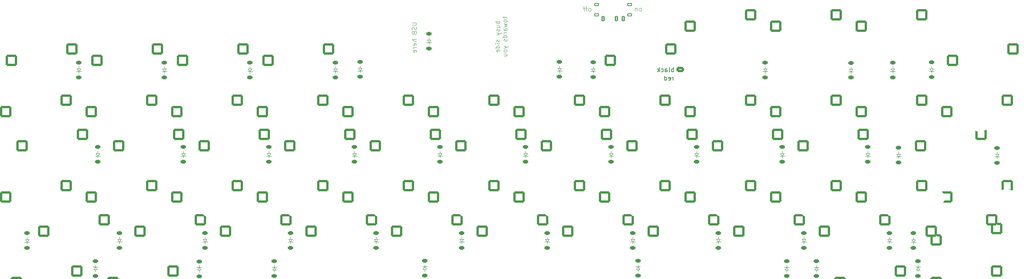
<source format=gbo>
G04 #@! TF.GenerationSoftware,KiCad,Pcbnew,7.0.11-7.0.11~ubuntu22.04.1*
G04 #@! TF.CreationDate,2024-06-29T22:10:39+02:00*
G04 #@! TF.ProjectId,vorona-pcb,766f726f-6e61-42d7-9063-622e6b696361,rev?*
G04 #@! TF.SameCoordinates,Original*
G04 #@! TF.FileFunction,Legend,Bot*
G04 #@! TF.FilePolarity,Positive*
%FSLAX46Y46*%
G04 Gerber Fmt 4.6, Leading zero omitted, Abs format (unit mm)*
G04 Created by KiCad (PCBNEW 7.0.11-7.0.11~ubuntu22.04.1) date 2024-06-29 22:10:39*
%MOMM*%
%LPD*%
G01*
G04 APERTURE LIST*
G04 Aperture macros list*
%AMRoundRect*
0 Rectangle with rounded corners*
0 $1 Rounding radius*
0 $2 $3 $4 $5 $6 $7 $8 $9 X,Y pos of 4 corners*
0 Add a 4 corners polygon primitive as box body*
4,1,4,$2,$3,$4,$5,$6,$7,$8,$9,$2,$3,0*
0 Add four circle primitives for the rounded corners*
1,1,$1+$1,$2,$3*
1,1,$1+$1,$4,$5*
1,1,$1+$1,$6,$7*
1,1,$1+$1,$8,$9*
0 Add four rect primitives between the rounded corners*
20,1,$1+$1,$2,$3,$4,$5,0*
20,1,$1+$1,$4,$5,$6,$7,0*
20,1,$1+$1,$6,$7,$8,$9,0*
20,1,$1+$1,$8,$9,$2,$3,0*%
G04 Aperture macros list end*
%ADD10C,0.100000*%
%ADD11C,0.150000*%
%ADD12C,1.750000*%
%ADD13C,3.987800*%
%ADD14C,3.300000*%
%ADD15RoundRect,0.250000X1.025000X1.000000X-1.025000X1.000000X-1.025000X-1.000000X1.025000X-1.000000X0*%
%ADD16R,1.800000X1.800000*%
%ADD17C,1.800000*%
%ADD18RoundRect,0.250000X-1.025000X-1.000000X1.025000X-1.000000X1.025000X1.000000X-1.025000X1.000000X0*%
%ADD19C,2.000000*%
%ADD20RoundRect,0.500000X-0.500000X-0.500000X0.500000X-0.500000X0.500000X0.500000X-0.500000X0.500000X0*%
%ADD21RoundRect,0.500000X0.500000X0.500000X-0.500000X0.500000X-0.500000X-0.500000X0.500000X-0.500000X0*%
%ADD22C,0.850000*%
%ADD23RoundRect,0.090000X-0.210000X-0.535000X0.210000X-0.535000X0.210000X0.535000X-0.210000X0.535000X0*%
%ADD24RoundRect,0.105000X-0.445000X0.245000X-0.445000X-0.245000X0.445000X-0.245000X0.445000X0.245000X0*%
%ADD25RoundRect,0.225000X-0.375000X0.225000X-0.375000X-0.225000X0.375000X-0.225000X0.375000X0.225000X0*%
%ADD26RoundRect,0.225000X0.375000X-0.225000X0.375000X0.225000X-0.375000X0.225000X-0.375000X-0.225000X0*%
%ADD27C,3.048000*%
%ADD28C,4.000000*%
%ADD29O,1.750000X1.200000*%
%ADD30RoundRect,0.250000X-0.625000X0.350000X-0.625000X-0.350000X0.625000X-0.350000X0.625000X0.350000X0*%
G04 APERTURE END LIST*
D10*
X137102419Y-30902857D02*
X136102419Y-30902857D01*
X136483371Y-30902857D02*
X136435752Y-30998095D01*
X136435752Y-30998095D02*
X136435752Y-31188571D01*
X136435752Y-31188571D02*
X136483371Y-31283809D01*
X136483371Y-31283809D02*
X136530990Y-31331428D01*
X136530990Y-31331428D02*
X136626228Y-31379047D01*
X136626228Y-31379047D02*
X136911942Y-31379047D01*
X136911942Y-31379047D02*
X137007180Y-31331428D01*
X137007180Y-31331428D02*
X137054800Y-31283809D01*
X137054800Y-31283809D02*
X137102419Y-31188571D01*
X137102419Y-31188571D02*
X137102419Y-30998095D01*
X137102419Y-30998095D02*
X137054800Y-30902857D01*
X136435752Y-32236190D02*
X137102419Y-32236190D01*
X136435752Y-31807619D02*
X136959561Y-31807619D01*
X136959561Y-31807619D02*
X137054800Y-31855238D01*
X137054800Y-31855238D02*
X137102419Y-31950476D01*
X137102419Y-31950476D02*
X137102419Y-32093333D01*
X137102419Y-32093333D02*
X137054800Y-32188571D01*
X137054800Y-32188571D02*
X137007180Y-32236190D01*
X137054800Y-32664762D02*
X137102419Y-32760000D01*
X137102419Y-32760000D02*
X137102419Y-32950476D01*
X137102419Y-32950476D02*
X137054800Y-33045714D01*
X137054800Y-33045714D02*
X136959561Y-33093333D01*
X136959561Y-33093333D02*
X136911942Y-33093333D01*
X136911942Y-33093333D02*
X136816704Y-33045714D01*
X136816704Y-33045714D02*
X136769085Y-32950476D01*
X136769085Y-32950476D02*
X136769085Y-32807619D01*
X136769085Y-32807619D02*
X136721466Y-32712381D01*
X136721466Y-32712381D02*
X136626228Y-32664762D01*
X136626228Y-32664762D02*
X136578609Y-32664762D01*
X136578609Y-32664762D02*
X136483371Y-32712381D01*
X136483371Y-32712381D02*
X136435752Y-32807619D01*
X136435752Y-32807619D02*
X136435752Y-32950476D01*
X136435752Y-32950476D02*
X136483371Y-33045714D01*
X136435752Y-33426667D02*
X137102419Y-33664762D01*
X136435752Y-33902857D02*
X137102419Y-33664762D01*
X137102419Y-33664762D02*
X137340514Y-33569524D01*
X137340514Y-33569524D02*
X137388133Y-33521905D01*
X137388133Y-33521905D02*
X137435752Y-33426667D01*
X137054800Y-34998096D02*
X137102419Y-35093334D01*
X137102419Y-35093334D02*
X137102419Y-35283810D01*
X137102419Y-35283810D02*
X137054800Y-35379048D01*
X137054800Y-35379048D02*
X136959561Y-35426667D01*
X136959561Y-35426667D02*
X136911942Y-35426667D01*
X136911942Y-35426667D02*
X136816704Y-35379048D01*
X136816704Y-35379048D02*
X136769085Y-35283810D01*
X136769085Y-35283810D02*
X136769085Y-35140953D01*
X136769085Y-35140953D02*
X136721466Y-35045715D01*
X136721466Y-35045715D02*
X136626228Y-34998096D01*
X136626228Y-34998096D02*
X136578609Y-34998096D01*
X136578609Y-34998096D02*
X136483371Y-35045715D01*
X136483371Y-35045715D02*
X136435752Y-35140953D01*
X136435752Y-35140953D02*
X136435752Y-35283810D01*
X136435752Y-35283810D02*
X136483371Y-35379048D01*
X137102419Y-35855239D02*
X136435752Y-35855239D01*
X136102419Y-35855239D02*
X136150038Y-35807620D01*
X136150038Y-35807620D02*
X136197657Y-35855239D01*
X136197657Y-35855239D02*
X136150038Y-35902858D01*
X136150038Y-35902858D02*
X136102419Y-35855239D01*
X136102419Y-35855239D02*
X136197657Y-35855239D01*
X137102419Y-36760000D02*
X136102419Y-36760000D01*
X137054800Y-36760000D02*
X137102419Y-36664762D01*
X137102419Y-36664762D02*
X137102419Y-36474286D01*
X137102419Y-36474286D02*
X137054800Y-36379048D01*
X137054800Y-36379048D02*
X137007180Y-36331429D01*
X137007180Y-36331429D02*
X136911942Y-36283810D01*
X136911942Y-36283810D02*
X136626228Y-36283810D01*
X136626228Y-36283810D02*
X136530990Y-36331429D01*
X136530990Y-36331429D02*
X136483371Y-36379048D01*
X136483371Y-36379048D02*
X136435752Y-36474286D01*
X136435752Y-36474286D02*
X136435752Y-36664762D01*
X136435752Y-36664762D02*
X136483371Y-36760000D01*
X137054800Y-37617143D02*
X137102419Y-37521905D01*
X137102419Y-37521905D02*
X137102419Y-37331429D01*
X137102419Y-37331429D02*
X137054800Y-37236191D01*
X137054800Y-37236191D02*
X136959561Y-37188572D01*
X136959561Y-37188572D02*
X136578609Y-37188572D01*
X136578609Y-37188572D02*
X136483371Y-37236191D01*
X136483371Y-37236191D02*
X136435752Y-37331429D01*
X136435752Y-37331429D02*
X136435752Y-37521905D01*
X136435752Y-37521905D02*
X136483371Y-37617143D01*
X136483371Y-37617143D02*
X136578609Y-37664762D01*
X136578609Y-37664762D02*
X136673847Y-37664762D01*
X136673847Y-37664762D02*
X136769085Y-37188572D01*
X138045752Y-29807618D02*
X138045752Y-30188570D01*
X137712419Y-29950475D02*
X138569561Y-29950475D01*
X138569561Y-29950475D02*
X138664800Y-29998094D01*
X138664800Y-29998094D02*
X138712419Y-30093332D01*
X138712419Y-30093332D02*
X138712419Y-30188570D01*
X138712419Y-30664761D02*
X138664800Y-30569523D01*
X138664800Y-30569523D02*
X138617180Y-30521904D01*
X138617180Y-30521904D02*
X138521942Y-30474285D01*
X138521942Y-30474285D02*
X138236228Y-30474285D01*
X138236228Y-30474285D02*
X138140990Y-30521904D01*
X138140990Y-30521904D02*
X138093371Y-30569523D01*
X138093371Y-30569523D02*
X138045752Y-30664761D01*
X138045752Y-30664761D02*
X138045752Y-30807618D01*
X138045752Y-30807618D02*
X138093371Y-30902856D01*
X138093371Y-30902856D02*
X138140990Y-30950475D01*
X138140990Y-30950475D02*
X138236228Y-30998094D01*
X138236228Y-30998094D02*
X138521942Y-30998094D01*
X138521942Y-30998094D02*
X138617180Y-30950475D01*
X138617180Y-30950475D02*
X138664800Y-30902856D01*
X138664800Y-30902856D02*
X138712419Y-30807618D01*
X138712419Y-30807618D02*
X138712419Y-30664761D01*
X138045752Y-31331428D02*
X138712419Y-31521904D01*
X138712419Y-31521904D02*
X138236228Y-31712380D01*
X138236228Y-31712380D02*
X138712419Y-31902856D01*
X138712419Y-31902856D02*
X138045752Y-32093332D01*
X138712419Y-32902856D02*
X138188609Y-32902856D01*
X138188609Y-32902856D02*
X138093371Y-32855237D01*
X138093371Y-32855237D02*
X138045752Y-32759999D01*
X138045752Y-32759999D02*
X138045752Y-32569523D01*
X138045752Y-32569523D02*
X138093371Y-32474285D01*
X138664800Y-32902856D02*
X138712419Y-32807618D01*
X138712419Y-32807618D02*
X138712419Y-32569523D01*
X138712419Y-32569523D02*
X138664800Y-32474285D01*
X138664800Y-32474285D02*
X138569561Y-32426666D01*
X138569561Y-32426666D02*
X138474323Y-32426666D01*
X138474323Y-32426666D02*
X138379085Y-32474285D01*
X138379085Y-32474285D02*
X138331466Y-32569523D01*
X138331466Y-32569523D02*
X138331466Y-32807618D01*
X138331466Y-32807618D02*
X138283847Y-32902856D01*
X138712419Y-33379047D02*
X138045752Y-33379047D01*
X138236228Y-33379047D02*
X138140990Y-33426666D01*
X138140990Y-33426666D02*
X138093371Y-33474285D01*
X138093371Y-33474285D02*
X138045752Y-33569523D01*
X138045752Y-33569523D02*
X138045752Y-33664761D01*
X138712419Y-34426666D02*
X137712419Y-34426666D01*
X138664800Y-34426666D02*
X138712419Y-34331428D01*
X138712419Y-34331428D02*
X138712419Y-34140952D01*
X138712419Y-34140952D02*
X138664800Y-34045714D01*
X138664800Y-34045714D02*
X138617180Y-33998095D01*
X138617180Y-33998095D02*
X138521942Y-33950476D01*
X138521942Y-33950476D02*
X138236228Y-33950476D01*
X138236228Y-33950476D02*
X138140990Y-33998095D01*
X138140990Y-33998095D02*
X138093371Y-34045714D01*
X138093371Y-34045714D02*
X138045752Y-34140952D01*
X138045752Y-34140952D02*
X138045752Y-34331428D01*
X138045752Y-34331428D02*
X138093371Y-34426666D01*
X138664800Y-34855238D02*
X138712419Y-34950476D01*
X138712419Y-34950476D02*
X138712419Y-35140952D01*
X138712419Y-35140952D02*
X138664800Y-35236190D01*
X138664800Y-35236190D02*
X138569561Y-35283809D01*
X138569561Y-35283809D02*
X138521942Y-35283809D01*
X138521942Y-35283809D02*
X138426704Y-35236190D01*
X138426704Y-35236190D02*
X138379085Y-35140952D01*
X138379085Y-35140952D02*
X138379085Y-34998095D01*
X138379085Y-34998095D02*
X138331466Y-34902857D01*
X138331466Y-34902857D02*
X138236228Y-34855238D01*
X138236228Y-34855238D02*
X138188609Y-34855238D01*
X138188609Y-34855238D02*
X138093371Y-34902857D01*
X138093371Y-34902857D02*
X138045752Y-34998095D01*
X138045752Y-34998095D02*
X138045752Y-35140952D01*
X138045752Y-35140952D02*
X138093371Y-35236190D01*
X138045752Y-36379048D02*
X138712419Y-36617143D01*
X138045752Y-36855238D02*
X138712419Y-36617143D01*
X138712419Y-36617143D02*
X138950514Y-36521905D01*
X138950514Y-36521905D02*
X138998133Y-36474286D01*
X138998133Y-36474286D02*
X139045752Y-36379048D01*
X138712419Y-37379048D02*
X138664800Y-37283810D01*
X138664800Y-37283810D02*
X138617180Y-37236191D01*
X138617180Y-37236191D02*
X138521942Y-37188572D01*
X138521942Y-37188572D02*
X138236228Y-37188572D01*
X138236228Y-37188572D02*
X138140990Y-37236191D01*
X138140990Y-37236191D02*
X138093371Y-37283810D01*
X138093371Y-37283810D02*
X138045752Y-37379048D01*
X138045752Y-37379048D02*
X138045752Y-37521905D01*
X138045752Y-37521905D02*
X138093371Y-37617143D01*
X138093371Y-37617143D02*
X138140990Y-37664762D01*
X138140990Y-37664762D02*
X138236228Y-37712381D01*
X138236228Y-37712381D02*
X138521942Y-37712381D01*
X138521942Y-37712381D02*
X138617180Y-37664762D01*
X138617180Y-37664762D02*
X138664800Y-37617143D01*
X138664800Y-37617143D02*
X138712419Y-37521905D01*
X138712419Y-37521905D02*
X138712419Y-37379048D01*
X138045752Y-38569524D02*
X138712419Y-38569524D01*
X138045752Y-38140953D02*
X138569561Y-38140953D01*
X138569561Y-38140953D02*
X138664800Y-38188572D01*
X138664800Y-38188572D02*
X138712419Y-38283810D01*
X138712419Y-38283810D02*
X138712419Y-38426667D01*
X138712419Y-38426667D02*
X138664800Y-38521905D01*
X138664800Y-38521905D02*
X138617180Y-38569524D01*
X157223258Y-28602419D02*
X157318496Y-28554800D01*
X157318496Y-28554800D02*
X157366115Y-28507180D01*
X157366115Y-28507180D02*
X157413734Y-28411942D01*
X157413734Y-28411942D02*
X157413734Y-28126228D01*
X157413734Y-28126228D02*
X157366115Y-28030990D01*
X157366115Y-28030990D02*
X157318496Y-27983371D01*
X157318496Y-27983371D02*
X157223258Y-27935752D01*
X157223258Y-27935752D02*
X157080401Y-27935752D01*
X157080401Y-27935752D02*
X156985163Y-27983371D01*
X156985163Y-27983371D02*
X156937544Y-28030990D01*
X156937544Y-28030990D02*
X156889925Y-28126228D01*
X156889925Y-28126228D02*
X156889925Y-28411942D01*
X156889925Y-28411942D02*
X156937544Y-28507180D01*
X156937544Y-28507180D02*
X156985163Y-28554800D01*
X156985163Y-28554800D02*
X157080401Y-28602419D01*
X157080401Y-28602419D02*
X157223258Y-28602419D01*
X156604210Y-27935752D02*
X156223258Y-27935752D01*
X156461353Y-28602419D02*
X156461353Y-27745276D01*
X156461353Y-27745276D02*
X156413734Y-27650038D01*
X156413734Y-27650038D02*
X156318496Y-27602419D01*
X156318496Y-27602419D02*
X156223258Y-27602419D01*
X156032781Y-27935752D02*
X155651829Y-27935752D01*
X155889924Y-28602419D02*
X155889924Y-27745276D01*
X155889924Y-27745276D02*
X155842305Y-27650038D01*
X155842305Y-27650038D02*
X155747067Y-27602419D01*
X155747067Y-27602419D02*
X155651829Y-27602419D01*
X168443258Y-28562419D02*
X168538496Y-28514800D01*
X168538496Y-28514800D02*
X168586115Y-28467180D01*
X168586115Y-28467180D02*
X168633734Y-28371942D01*
X168633734Y-28371942D02*
X168633734Y-28086228D01*
X168633734Y-28086228D02*
X168586115Y-27990990D01*
X168586115Y-27990990D02*
X168538496Y-27943371D01*
X168538496Y-27943371D02*
X168443258Y-27895752D01*
X168443258Y-27895752D02*
X168300401Y-27895752D01*
X168300401Y-27895752D02*
X168205163Y-27943371D01*
X168205163Y-27943371D02*
X168157544Y-27990990D01*
X168157544Y-27990990D02*
X168109925Y-28086228D01*
X168109925Y-28086228D02*
X168109925Y-28371942D01*
X168109925Y-28371942D02*
X168157544Y-28467180D01*
X168157544Y-28467180D02*
X168205163Y-28514800D01*
X168205163Y-28514800D02*
X168300401Y-28562419D01*
X168300401Y-28562419D02*
X168443258Y-28562419D01*
X167681353Y-27895752D02*
X167681353Y-28562419D01*
X167681353Y-27990990D02*
X167633734Y-27943371D01*
X167633734Y-27943371D02*
X167538496Y-27895752D01*
X167538496Y-27895752D02*
X167395639Y-27895752D01*
X167395639Y-27895752D02*
X167300401Y-27943371D01*
X167300401Y-27943371D02*
X167252782Y-28038609D01*
X167252782Y-28038609D02*
X167252782Y-28562419D01*
X117582419Y-31153884D02*
X118391942Y-31153884D01*
X118391942Y-31153884D02*
X118487180Y-31201503D01*
X118487180Y-31201503D02*
X118534800Y-31249122D01*
X118534800Y-31249122D02*
X118582419Y-31344360D01*
X118582419Y-31344360D02*
X118582419Y-31534836D01*
X118582419Y-31534836D02*
X118534800Y-31630074D01*
X118534800Y-31630074D02*
X118487180Y-31677693D01*
X118487180Y-31677693D02*
X118391942Y-31725312D01*
X118391942Y-31725312D02*
X117582419Y-31725312D01*
X118534800Y-32153884D02*
X118582419Y-32296741D01*
X118582419Y-32296741D02*
X118582419Y-32534836D01*
X118582419Y-32534836D02*
X118534800Y-32630074D01*
X118534800Y-32630074D02*
X118487180Y-32677693D01*
X118487180Y-32677693D02*
X118391942Y-32725312D01*
X118391942Y-32725312D02*
X118296704Y-32725312D01*
X118296704Y-32725312D02*
X118201466Y-32677693D01*
X118201466Y-32677693D02*
X118153847Y-32630074D01*
X118153847Y-32630074D02*
X118106228Y-32534836D01*
X118106228Y-32534836D02*
X118058609Y-32344360D01*
X118058609Y-32344360D02*
X118010990Y-32249122D01*
X118010990Y-32249122D02*
X117963371Y-32201503D01*
X117963371Y-32201503D02*
X117868133Y-32153884D01*
X117868133Y-32153884D02*
X117772895Y-32153884D01*
X117772895Y-32153884D02*
X117677657Y-32201503D01*
X117677657Y-32201503D02*
X117630038Y-32249122D01*
X117630038Y-32249122D02*
X117582419Y-32344360D01*
X117582419Y-32344360D02*
X117582419Y-32582455D01*
X117582419Y-32582455D02*
X117630038Y-32725312D01*
X118058609Y-33487217D02*
X118106228Y-33630074D01*
X118106228Y-33630074D02*
X118153847Y-33677693D01*
X118153847Y-33677693D02*
X118249085Y-33725312D01*
X118249085Y-33725312D02*
X118391942Y-33725312D01*
X118391942Y-33725312D02*
X118487180Y-33677693D01*
X118487180Y-33677693D02*
X118534800Y-33630074D01*
X118534800Y-33630074D02*
X118582419Y-33534836D01*
X118582419Y-33534836D02*
X118582419Y-33153884D01*
X118582419Y-33153884D02*
X117582419Y-33153884D01*
X117582419Y-33153884D02*
X117582419Y-33487217D01*
X117582419Y-33487217D02*
X117630038Y-33582455D01*
X117630038Y-33582455D02*
X117677657Y-33630074D01*
X117677657Y-33630074D02*
X117772895Y-33677693D01*
X117772895Y-33677693D02*
X117868133Y-33677693D01*
X117868133Y-33677693D02*
X117963371Y-33630074D01*
X117963371Y-33630074D02*
X118010990Y-33582455D01*
X118010990Y-33582455D02*
X118058609Y-33487217D01*
X118058609Y-33487217D02*
X118058609Y-33153884D01*
X118582419Y-34915789D02*
X117582419Y-34915789D01*
X118582419Y-35344360D02*
X118058609Y-35344360D01*
X118058609Y-35344360D02*
X117963371Y-35296741D01*
X117963371Y-35296741D02*
X117915752Y-35201503D01*
X117915752Y-35201503D02*
X117915752Y-35058646D01*
X117915752Y-35058646D02*
X117963371Y-34963408D01*
X117963371Y-34963408D02*
X118010990Y-34915789D01*
X118534800Y-36201503D02*
X118582419Y-36106265D01*
X118582419Y-36106265D02*
X118582419Y-35915789D01*
X118582419Y-35915789D02*
X118534800Y-35820551D01*
X118534800Y-35820551D02*
X118439561Y-35772932D01*
X118439561Y-35772932D02*
X118058609Y-35772932D01*
X118058609Y-35772932D02*
X117963371Y-35820551D01*
X117963371Y-35820551D02*
X117915752Y-35915789D01*
X117915752Y-35915789D02*
X117915752Y-36106265D01*
X117915752Y-36106265D02*
X117963371Y-36201503D01*
X117963371Y-36201503D02*
X118058609Y-36249122D01*
X118058609Y-36249122D02*
X118153847Y-36249122D01*
X118153847Y-36249122D02*
X118249085Y-35772932D01*
X118582419Y-36677694D02*
X117915752Y-36677694D01*
X118106228Y-36677694D02*
X118010990Y-36725313D01*
X118010990Y-36725313D02*
X117963371Y-36772932D01*
X117963371Y-36772932D02*
X117915752Y-36868170D01*
X117915752Y-36868170D02*
X117915752Y-36963408D01*
X118534800Y-37677694D02*
X118582419Y-37582456D01*
X118582419Y-37582456D02*
X118582419Y-37391980D01*
X118582419Y-37391980D02*
X118534800Y-37296742D01*
X118534800Y-37296742D02*
X118439561Y-37249123D01*
X118439561Y-37249123D02*
X118058609Y-37249123D01*
X118058609Y-37249123D02*
X117963371Y-37296742D01*
X117963371Y-37296742D02*
X117915752Y-37391980D01*
X117915752Y-37391980D02*
X117915752Y-37582456D01*
X117915752Y-37582456D02*
X117963371Y-37677694D01*
X117963371Y-37677694D02*
X118058609Y-37725313D01*
X118058609Y-37725313D02*
X118153847Y-37725313D01*
X118153847Y-37725313D02*
X118249085Y-37249123D01*
D11*
X175753220Y-44019819D02*
X175753220Y-43353152D01*
X175753220Y-43543628D02*
X175705601Y-43448390D01*
X175705601Y-43448390D02*
X175657982Y-43400771D01*
X175657982Y-43400771D02*
X175562744Y-43353152D01*
X175562744Y-43353152D02*
X175467506Y-43353152D01*
X174753220Y-43972200D02*
X174848458Y-44019819D01*
X174848458Y-44019819D02*
X175038934Y-44019819D01*
X175038934Y-44019819D02*
X175134172Y-43972200D01*
X175134172Y-43972200D02*
X175181791Y-43876961D01*
X175181791Y-43876961D02*
X175181791Y-43496009D01*
X175181791Y-43496009D02*
X175134172Y-43400771D01*
X175134172Y-43400771D02*
X175038934Y-43353152D01*
X175038934Y-43353152D02*
X174848458Y-43353152D01*
X174848458Y-43353152D02*
X174753220Y-43400771D01*
X174753220Y-43400771D02*
X174705601Y-43496009D01*
X174705601Y-43496009D02*
X174705601Y-43591247D01*
X174705601Y-43591247D02*
X175181791Y-43686485D01*
X173848458Y-44019819D02*
X173848458Y-43019819D01*
X173848458Y-43972200D02*
X173943696Y-44019819D01*
X173943696Y-44019819D02*
X174134172Y-44019819D01*
X174134172Y-44019819D02*
X174229410Y-43972200D01*
X174229410Y-43972200D02*
X174277029Y-43924580D01*
X174277029Y-43924580D02*
X174324648Y-43829342D01*
X174324648Y-43829342D02*
X174324648Y-43543628D01*
X174324648Y-43543628D02*
X174277029Y-43448390D01*
X174277029Y-43448390D02*
X174229410Y-43400771D01*
X174229410Y-43400771D02*
X174134172Y-43353152D01*
X174134172Y-43353152D02*
X173943696Y-43353152D01*
X173943696Y-43353152D02*
X173848458Y-43400771D01*
X175843220Y-42139819D02*
X175843220Y-41139819D01*
X175843220Y-41520771D02*
X175747982Y-41473152D01*
X175747982Y-41473152D02*
X175557506Y-41473152D01*
X175557506Y-41473152D02*
X175462268Y-41520771D01*
X175462268Y-41520771D02*
X175414649Y-41568390D01*
X175414649Y-41568390D02*
X175367030Y-41663628D01*
X175367030Y-41663628D02*
X175367030Y-41949342D01*
X175367030Y-41949342D02*
X175414649Y-42044580D01*
X175414649Y-42044580D02*
X175462268Y-42092200D01*
X175462268Y-42092200D02*
X175557506Y-42139819D01*
X175557506Y-42139819D02*
X175747982Y-42139819D01*
X175747982Y-42139819D02*
X175843220Y-42092200D01*
X174795601Y-42139819D02*
X174890839Y-42092200D01*
X174890839Y-42092200D02*
X174938458Y-41996961D01*
X174938458Y-41996961D02*
X174938458Y-41139819D01*
X173986077Y-42139819D02*
X173986077Y-41616009D01*
X173986077Y-41616009D02*
X174033696Y-41520771D01*
X174033696Y-41520771D02*
X174128934Y-41473152D01*
X174128934Y-41473152D02*
X174319410Y-41473152D01*
X174319410Y-41473152D02*
X174414648Y-41520771D01*
X173986077Y-42092200D02*
X174081315Y-42139819D01*
X174081315Y-42139819D02*
X174319410Y-42139819D01*
X174319410Y-42139819D02*
X174414648Y-42092200D01*
X174414648Y-42092200D02*
X174462267Y-41996961D01*
X174462267Y-41996961D02*
X174462267Y-41901723D01*
X174462267Y-41901723D02*
X174414648Y-41806485D01*
X174414648Y-41806485D02*
X174319410Y-41758866D01*
X174319410Y-41758866D02*
X174081315Y-41758866D01*
X174081315Y-41758866D02*
X173986077Y-41711247D01*
X173081315Y-42092200D02*
X173176553Y-42139819D01*
X173176553Y-42139819D02*
X173367029Y-42139819D01*
X173367029Y-42139819D02*
X173462267Y-42092200D01*
X173462267Y-42092200D02*
X173509886Y-42044580D01*
X173509886Y-42044580D02*
X173557505Y-41949342D01*
X173557505Y-41949342D02*
X173557505Y-41663628D01*
X173557505Y-41663628D02*
X173509886Y-41568390D01*
X173509886Y-41568390D02*
X173462267Y-41520771D01*
X173462267Y-41520771D02*
X173367029Y-41473152D01*
X173367029Y-41473152D02*
X173176553Y-41473152D01*
X173176553Y-41473152D02*
X173081315Y-41520771D01*
X172652743Y-42139819D02*
X172652743Y-41139819D01*
X172557505Y-41758866D02*
X172271791Y-42139819D01*
X172271791Y-41473152D02*
X172652743Y-41854104D01*
D10*
X201010000Y-85280000D02*
X201010000Y-85680000D01*
X201010000Y-85680000D02*
X200460000Y-85680000D01*
X201010000Y-85680000D02*
X201560000Y-85680000D01*
X201010000Y-85680000D02*
X200610000Y-86280000D01*
X200610000Y-86280000D02*
X201410000Y-86280000D01*
X201010000Y-86280000D02*
X201010000Y-86780000D01*
X201410000Y-86280000D02*
X201010000Y-85680000D01*
X167910000Y-85190000D02*
X167910000Y-85590000D01*
X167910000Y-85590000D02*
X167360000Y-85590000D01*
X167910000Y-85590000D02*
X168460000Y-85590000D01*
X167910000Y-85590000D02*
X167510000Y-86190000D01*
X167510000Y-86190000D02*
X168310000Y-86190000D01*
X167910000Y-86190000D02*
X167910000Y-86690000D01*
X168310000Y-86190000D02*
X167910000Y-85590000D01*
X120410000Y-85172500D02*
X120410000Y-85572500D01*
X120410000Y-85572500D02*
X119860000Y-85572500D01*
X120410000Y-85572500D02*
X120960000Y-85572500D01*
X120410000Y-85572500D02*
X120010000Y-86172500D01*
X120010000Y-86172500D02*
X120810000Y-86172500D01*
X120410000Y-86172500D02*
X120410000Y-86672500D01*
X120810000Y-86172500D02*
X120410000Y-85572500D01*
X86950000Y-85280000D02*
X86950000Y-85680000D01*
X86950000Y-85680000D02*
X86400000Y-85680000D01*
X86950000Y-85680000D02*
X87500000Y-85680000D01*
X86950000Y-85680000D02*
X86550000Y-86280000D01*
X86550000Y-86280000D02*
X87350000Y-86280000D01*
X86950000Y-86280000D02*
X86950000Y-86780000D01*
X87350000Y-86280000D02*
X86950000Y-85680000D01*
X230280000Y-85272500D02*
X230280000Y-85672500D01*
X230280000Y-85672500D02*
X229730000Y-85672500D01*
X230280000Y-85672500D02*
X230830000Y-85672500D01*
X230280000Y-85672500D02*
X229880000Y-86272500D01*
X229880000Y-86272500D02*
X230680000Y-86272500D01*
X230280000Y-86272500D02*
X230280000Y-86772500D01*
X230680000Y-86272500D02*
X230280000Y-85672500D01*
X207660000Y-85280000D02*
X207660000Y-85680000D01*
X207660000Y-85680000D02*
X207110000Y-85680000D01*
X207660000Y-85680000D02*
X208210000Y-85680000D01*
X207660000Y-85680000D02*
X207260000Y-86280000D01*
X207260000Y-86280000D02*
X208060000Y-86280000D01*
X207660000Y-86280000D02*
X207660000Y-86780000D01*
X208060000Y-86280000D02*
X207660000Y-85680000D01*
X70210000Y-85310000D02*
X70210000Y-85710000D01*
X70210000Y-85710000D02*
X69660000Y-85710000D01*
X70210000Y-85710000D02*
X70760000Y-85710000D01*
X70210000Y-85710000D02*
X69810000Y-86310000D01*
X69810000Y-86310000D02*
X70610000Y-86310000D01*
X70210000Y-86310000D02*
X70210000Y-86810000D01*
X70610000Y-86310000D02*
X70210000Y-85710000D01*
X47080000Y-85242500D02*
X47080000Y-85642500D01*
X47080000Y-85642500D02*
X46530000Y-85642500D01*
X47080000Y-85642500D02*
X47630000Y-85642500D01*
X47080000Y-85642500D02*
X46680000Y-86242500D01*
X46680000Y-86242500D02*
X47480000Y-86242500D01*
X47080000Y-86242500D02*
X47080000Y-86742500D01*
X47480000Y-86242500D02*
X47080000Y-85642500D01*
X229280000Y-80537500D02*
X229280000Y-80137500D01*
X229280000Y-80137500D02*
X229830000Y-80137500D01*
X229280000Y-80137500D02*
X228730000Y-80137500D01*
X229280000Y-80137500D02*
X229680000Y-79537500D01*
X229680000Y-79537500D02*
X228880000Y-79537500D01*
X229280000Y-79537500D02*
X229280000Y-79037500D01*
X228880000Y-79537500D02*
X229280000Y-80137500D01*
X223920000Y-80487500D02*
X223920000Y-80087500D01*
X223920000Y-80087500D02*
X224470000Y-80087500D01*
X223920000Y-80087500D02*
X223370000Y-80087500D01*
X223920000Y-80087500D02*
X224320000Y-79487500D01*
X224320000Y-79487500D02*
X223520000Y-79487500D01*
X223920000Y-79487500D02*
X223920000Y-78987500D01*
X223520000Y-79487500D02*
X223920000Y-80087500D01*
X204870000Y-80487500D02*
X204870000Y-80087500D01*
X204870000Y-80087500D02*
X205420000Y-80087500D01*
X204870000Y-80087500D02*
X204320000Y-80087500D01*
X204870000Y-80087500D02*
X205270000Y-79487500D01*
X205270000Y-79487500D02*
X204470000Y-79487500D01*
X204870000Y-79487500D02*
X204870000Y-78987500D01*
X204470000Y-79487500D02*
X204870000Y-80087500D01*
X185820000Y-80487500D02*
X185820000Y-80087500D01*
X185820000Y-80087500D02*
X186370000Y-80087500D01*
X185820000Y-80087500D02*
X185270000Y-80087500D01*
X185820000Y-80087500D02*
X186220000Y-79487500D01*
X186220000Y-79487500D02*
X185420000Y-79487500D01*
X185820000Y-79487500D02*
X185820000Y-78987500D01*
X185420000Y-79487500D02*
X185820000Y-80087500D01*
X166770000Y-80487500D02*
X166770000Y-80087500D01*
X166770000Y-80087500D02*
X167320000Y-80087500D01*
X166770000Y-80087500D02*
X166220000Y-80087500D01*
X166770000Y-80087500D02*
X167170000Y-79487500D01*
X167170000Y-79487500D02*
X166370000Y-79487500D01*
X166770000Y-79487500D02*
X166770000Y-78987500D01*
X166370000Y-79487500D02*
X166770000Y-80087500D01*
X147720000Y-80487500D02*
X147720000Y-80087500D01*
X147720000Y-80087500D02*
X148270000Y-80087500D01*
X147720000Y-80087500D02*
X147170000Y-80087500D01*
X147720000Y-80087500D02*
X148120000Y-79487500D01*
X148120000Y-79487500D02*
X147320000Y-79487500D01*
X147720000Y-79487500D02*
X147720000Y-78987500D01*
X147320000Y-79487500D02*
X147720000Y-80087500D01*
X128670000Y-80487500D02*
X128670000Y-80087500D01*
X128670000Y-80087500D02*
X129220000Y-80087500D01*
X128670000Y-80087500D02*
X128120000Y-80087500D01*
X128670000Y-80087500D02*
X129070000Y-79487500D01*
X129070000Y-79487500D02*
X128270000Y-79487500D01*
X128670000Y-79487500D02*
X128670000Y-78987500D01*
X128270000Y-79487500D02*
X128670000Y-80087500D01*
X109620000Y-80487500D02*
X109620000Y-80087500D01*
X109620000Y-80087500D02*
X110170000Y-80087500D01*
X109620000Y-80087500D02*
X109070000Y-80087500D01*
X109620000Y-80087500D02*
X110020000Y-79487500D01*
X110020000Y-79487500D02*
X109220000Y-79487500D01*
X109620000Y-79487500D02*
X109620000Y-78987500D01*
X109220000Y-79487500D02*
X109620000Y-80087500D01*
X90570000Y-80487500D02*
X90570000Y-80087500D01*
X90570000Y-80087500D02*
X91120000Y-80087500D01*
X90570000Y-80087500D02*
X90020000Y-80087500D01*
X90570000Y-80087500D02*
X90970000Y-79487500D01*
X90970000Y-79487500D02*
X90170000Y-79487500D01*
X90570000Y-79487500D02*
X90570000Y-78987500D01*
X90170000Y-79487500D02*
X90570000Y-80087500D01*
X71520000Y-80487500D02*
X71520000Y-80087500D01*
X71520000Y-80087500D02*
X72070000Y-80087500D01*
X71520000Y-80087500D02*
X70970000Y-80087500D01*
X71520000Y-80087500D02*
X71920000Y-79487500D01*
X71920000Y-79487500D02*
X71120000Y-79487500D01*
X71520000Y-79487500D02*
X71520000Y-78987500D01*
X71120000Y-79487500D02*
X71520000Y-80087500D01*
X52470000Y-80487500D02*
X52470000Y-80087500D01*
X52470000Y-80087500D02*
X53020000Y-80087500D01*
X52470000Y-80087500D02*
X51920000Y-80087500D01*
X52470000Y-80087500D02*
X52870000Y-79487500D01*
X52870000Y-79487500D02*
X52070000Y-79487500D01*
X52470000Y-79487500D02*
X52470000Y-78987500D01*
X52070000Y-79487500D02*
X52470000Y-80087500D01*
X31900000Y-80497500D02*
X31900000Y-80097500D01*
X31900000Y-80097500D02*
X32450000Y-80097500D01*
X31900000Y-80097500D02*
X31350000Y-80097500D01*
X31900000Y-80097500D02*
X32300000Y-79497500D01*
X32300000Y-79497500D02*
X31500000Y-79497500D01*
X31900000Y-79497500D02*
X31900000Y-78997500D01*
X31500000Y-79497500D02*
X31900000Y-80097500D01*
X247890000Y-61497500D02*
X247890000Y-61097500D01*
X247890000Y-61097500D02*
X248440000Y-61097500D01*
X247890000Y-61097500D02*
X247340000Y-61097500D01*
X247890000Y-61097500D02*
X248290000Y-60497500D01*
X248290000Y-60497500D02*
X247490000Y-60497500D01*
X247890000Y-60497500D02*
X247890000Y-59997500D01*
X247490000Y-60497500D02*
X247890000Y-61097500D01*
X225950000Y-61457500D02*
X225950000Y-61057500D01*
X225950000Y-61057500D02*
X226500000Y-61057500D01*
X225950000Y-61057500D02*
X225400000Y-61057500D01*
X225950000Y-61057500D02*
X226350000Y-60457500D01*
X226350000Y-60457500D02*
X225550000Y-60457500D01*
X225950000Y-60457500D02*
X225950000Y-59957500D01*
X225550000Y-60457500D02*
X225950000Y-61057500D01*
X219080000Y-61320000D02*
X219080000Y-60920000D01*
X219080000Y-60920000D02*
X219630000Y-60920000D01*
X219080000Y-60920000D02*
X218530000Y-60920000D01*
X219080000Y-60920000D02*
X219480000Y-60320000D01*
X219480000Y-60320000D02*
X218680000Y-60320000D01*
X219080000Y-60320000D02*
X219080000Y-59820000D01*
X218680000Y-60320000D02*
X219080000Y-60920000D01*
X200030000Y-61320000D02*
X200030000Y-60920000D01*
X200030000Y-60920000D02*
X200580000Y-60920000D01*
X200030000Y-60920000D02*
X199480000Y-60920000D01*
X200030000Y-60920000D02*
X200430000Y-60320000D01*
X200430000Y-60320000D02*
X199630000Y-60320000D01*
X200030000Y-60320000D02*
X200030000Y-59820000D01*
X199630000Y-60320000D02*
X200030000Y-60920000D01*
X180980000Y-61320000D02*
X180980000Y-60920000D01*
X180980000Y-60920000D02*
X181530000Y-60920000D01*
X180980000Y-60920000D02*
X180430000Y-60920000D01*
X180980000Y-60920000D02*
X181380000Y-60320000D01*
X181380000Y-60320000D02*
X180580000Y-60320000D01*
X180980000Y-60320000D02*
X180980000Y-59820000D01*
X180580000Y-60320000D02*
X180980000Y-60920000D01*
X161930000Y-61320000D02*
X161930000Y-60920000D01*
X161930000Y-60920000D02*
X162480000Y-60920000D01*
X161930000Y-60920000D02*
X161380000Y-60920000D01*
X161930000Y-60920000D02*
X162330000Y-60320000D01*
X162330000Y-60320000D02*
X161530000Y-60320000D01*
X161930000Y-60320000D02*
X161930000Y-59820000D01*
X161530000Y-60320000D02*
X161930000Y-60920000D01*
X142880000Y-61320000D02*
X142880000Y-60920000D01*
X142880000Y-60920000D02*
X143430000Y-60920000D01*
X142880000Y-60920000D02*
X142330000Y-60920000D01*
X142880000Y-60920000D02*
X143280000Y-60320000D01*
X143280000Y-60320000D02*
X142480000Y-60320000D01*
X142880000Y-60320000D02*
X142880000Y-59820000D01*
X142480000Y-60320000D02*
X142880000Y-60920000D01*
X123830000Y-61320000D02*
X123830000Y-60920000D01*
X123830000Y-60920000D02*
X124380000Y-60920000D01*
X123830000Y-60920000D02*
X123280000Y-60920000D01*
X123830000Y-60920000D02*
X124230000Y-60320000D01*
X124230000Y-60320000D02*
X123430000Y-60320000D01*
X123830000Y-60320000D02*
X123830000Y-59820000D01*
X123430000Y-60320000D02*
X123830000Y-60920000D01*
X104780000Y-61320000D02*
X104780000Y-60920000D01*
X104780000Y-60920000D02*
X105330000Y-60920000D01*
X104780000Y-60920000D02*
X104230000Y-60920000D01*
X104780000Y-60920000D02*
X105180000Y-60320000D01*
X105180000Y-60320000D02*
X104380000Y-60320000D01*
X104780000Y-60320000D02*
X104780000Y-59820000D01*
X104380000Y-60320000D02*
X104780000Y-60920000D01*
X85730000Y-61320000D02*
X85730000Y-60920000D01*
X85730000Y-60920000D02*
X86280000Y-60920000D01*
X85730000Y-60920000D02*
X85180000Y-60920000D01*
X85730000Y-60920000D02*
X86130000Y-60320000D01*
X86130000Y-60320000D02*
X85330000Y-60320000D01*
X85730000Y-60320000D02*
X85730000Y-59820000D01*
X85330000Y-60320000D02*
X85730000Y-60920000D01*
X66680000Y-61320000D02*
X66680000Y-60920000D01*
X66680000Y-60920000D02*
X67230000Y-60920000D01*
X66680000Y-60920000D02*
X66130000Y-60920000D01*
X66680000Y-60920000D02*
X67080000Y-60320000D01*
X67080000Y-60320000D02*
X66280000Y-60320000D01*
X66680000Y-60320000D02*
X66680000Y-59820000D01*
X66280000Y-60320000D02*
X66680000Y-60920000D01*
X47630000Y-61320000D02*
X47630000Y-60920000D01*
X47630000Y-60920000D02*
X48180000Y-60920000D01*
X47630000Y-60920000D02*
X47080000Y-60920000D01*
X47630000Y-60920000D02*
X48030000Y-60320000D01*
X48030000Y-60320000D02*
X47230000Y-60320000D01*
X47630000Y-60320000D02*
X47630000Y-59820000D01*
X47230000Y-60320000D02*
X47630000Y-60920000D01*
X233270000Y-42420000D02*
X233270000Y-42020000D01*
X233270000Y-42020000D02*
X233820000Y-42020000D01*
X233270000Y-42020000D02*
X232720000Y-42020000D01*
X233270000Y-42020000D02*
X233670000Y-41420000D01*
X233670000Y-41420000D02*
X232870000Y-41420000D01*
X233270000Y-41420000D02*
X233270000Y-40920000D01*
X232870000Y-41420000D02*
X233270000Y-42020000D01*
X224630000Y-42457500D02*
X224630000Y-42057500D01*
X224630000Y-42057500D02*
X225180000Y-42057500D01*
X224630000Y-42057500D02*
X224080000Y-42057500D01*
X224630000Y-42057500D02*
X225030000Y-41457500D01*
X225030000Y-41457500D02*
X224230000Y-41457500D01*
X224630000Y-41457500D02*
X224630000Y-40957500D01*
X224230000Y-41457500D02*
X224630000Y-42057500D01*
X215320000Y-42527500D02*
X215320000Y-42127500D01*
X215320000Y-42127500D02*
X215870000Y-42127500D01*
X215320000Y-42127500D02*
X214770000Y-42127500D01*
X215320000Y-42127500D02*
X215720000Y-41527500D01*
X215720000Y-41527500D02*
X214920000Y-41527500D01*
X215320000Y-41527500D02*
X215320000Y-41027500D01*
X214920000Y-41527500D02*
X215320000Y-42127500D01*
X196250000Y-42457500D02*
X196250000Y-42057500D01*
X196250000Y-42057500D02*
X196800000Y-42057500D01*
X196250000Y-42057500D02*
X195700000Y-42057500D01*
X196250000Y-42057500D02*
X196650000Y-41457500D01*
X196650000Y-41457500D02*
X195850000Y-41457500D01*
X196250000Y-41457500D02*
X196250000Y-40957500D01*
X195850000Y-41457500D02*
X196250000Y-42057500D01*
X157910000Y-42397500D02*
X157910000Y-41997500D01*
X157910000Y-41997500D02*
X158460000Y-41997500D01*
X157910000Y-41997500D02*
X157360000Y-41997500D01*
X157910000Y-41997500D02*
X158310000Y-41397500D01*
X158310000Y-41397500D02*
X157510000Y-41397500D01*
X157910000Y-41397500D02*
X157910000Y-40897500D01*
X157510000Y-41397500D02*
X157910000Y-41997500D01*
X150450000Y-42350000D02*
X150450000Y-41950000D01*
X150450000Y-41950000D02*
X151000000Y-41950000D01*
X150450000Y-41950000D02*
X149900000Y-41950000D01*
X150450000Y-41950000D02*
X150850000Y-41350000D01*
X150850000Y-41350000D02*
X150050000Y-41350000D01*
X150450000Y-41350000D02*
X150450000Y-40850000D01*
X150050000Y-41350000D02*
X150450000Y-41950000D01*
X121410000Y-36017500D02*
X121410000Y-35617500D01*
X121410000Y-35617500D02*
X121960000Y-35617500D01*
X121410000Y-35617500D02*
X120860000Y-35617500D01*
X121410000Y-35617500D02*
X121810000Y-35017500D01*
X121810000Y-35017500D02*
X121010000Y-35017500D01*
X121410000Y-35017500D02*
X121410000Y-34517500D01*
X121010000Y-35017500D02*
X121410000Y-35617500D01*
X106010000Y-42310000D02*
X106010000Y-41910000D01*
X106010000Y-41910000D02*
X106560000Y-41910000D01*
X106010000Y-41910000D02*
X105460000Y-41910000D01*
X106010000Y-41910000D02*
X106410000Y-41310000D01*
X106410000Y-41310000D02*
X105610000Y-41310000D01*
X106010000Y-41310000D02*
X106010000Y-40810000D01*
X105610000Y-41310000D02*
X106010000Y-41910000D01*
X100560000Y-42457500D02*
X100560000Y-42057500D01*
X100560000Y-42057500D02*
X101110000Y-42057500D01*
X100560000Y-42057500D02*
X100010000Y-42057500D01*
X100560000Y-42057500D02*
X100960000Y-41457500D01*
X100960000Y-41457500D02*
X100160000Y-41457500D01*
X100560000Y-41457500D02*
X100560000Y-40957500D01*
X100160000Y-41457500D02*
X100560000Y-42057500D01*
X81510000Y-42457500D02*
X81510000Y-42057500D01*
X81510000Y-42057500D02*
X82060000Y-42057500D01*
X81510000Y-42057500D02*
X80960000Y-42057500D01*
X81510000Y-42057500D02*
X81910000Y-41457500D01*
X81910000Y-41457500D02*
X81110000Y-41457500D01*
X81510000Y-41457500D02*
X81510000Y-40957500D01*
X81110000Y-41457500D02*
X81510000Y-42057500D01*
X62460000Y-42457500D02*
X62460000Y-42057500D01*
X62460000Y-42057500D02*
X63010000Y-42057500D01*
X62460000Y-42057500D02*
X61910000Y-42057500D01*
X62460000Y-42057500D02*
X62860000Y-41457500D01*
X62860000Y-41457500D02*
X62060000Y-41457500D01*
X62460000Y-41457500D02*
X62460000Y-40957500D01*
X62060000Y-41457500D02*
X62460000Y-42057500D01*
X43410000Y-42457500D02*
X43410000Y-42057500D01*
X43410000Y-42057500D02*
X43960000Y-42057500D01*
X43410000Y-42057500D02*
X42860000Y-42057500D01*
X43410000Y-42057500D02*
X43810000Y-41457500D01*
X43810000Y-41457500D02*
X43010000Y-41457500D01*
X43410000Y-41457500D02*
X43410000Y-40957500D01*
X43010000Y-41457500D02*
X43410000Y-42057500D01*
%LPC*%
D12*
X246773750Y-82150000D03*
D13*
X241693750Y-82150000D03*
D12*
X236613750Y-82150000D03*
D14*
X237883750Y-79610000D03*
D15*
X234333750Y-79610000D03*
X247783750Y-77070000D03*
D14*
X244233750Y-77070000D03*
D12*
X246773750Y-91675000D03*
D13*
X241693750Y-91675000D03*
D12*
X236613750Y-91675000D03*
D14*
X237883750Y-89135000D03*
D15*
X234333750Y-89135000D03*
X247783750Y-86595000D03*
D14*
X244233750Y-86595000D03*
D16*
X24355000Y-78020000D03*
D17*
X26895000Y-78020000D03*
D16*
X24345000Y-72630000D03*
D17*
X26885000Y-72630000D03*
D16*
X24365000Y-67230000D03*
D17*
X26905000Y-67230000D03*
D12*
X210420000Y-96437500D03*
D13*
X215500000Y-96437500D03*
D12*
X220580000Y-96437500D03*
D14*
X219310000Y-98977500D03*
D18*
X222860000Y-98977500D03*
X209410000Y-101517500D03*
D14*
X212960000Y-101517500D03*
D12*
X144380000Y-96437500D03*
D13*
X139300000Y-96437500D03*
D12*
X134220000Y-96437500D03*
D14*
X135490000Y-93897500D03*
D15*
X131940000Y-93897500D03*
X145390000Y-91357500D03*
D14*
X141840000Y-91357500D03*
D12*
X58020000Y-96437500D03*
D13*
X63100000Y-96437500D03*
D12*
X68180000Y-96437500D03*
D14*
X66910000Y-98977500D03*
D18*
X70460000Y-98977500D03*
X57010000Y-101517500D03*
D14*
X60560000Y-101517500D03*
D12*
X201530000Y-96437500D03*
D13*
X196450000Y-96437500D03*
D12*
X191370000Y-96437500D03*
D14*
X192640000Y-93897500D03*
D15*
X189090000Y-93897500D03*
X202540000Y-91357500D03*
D14*
X198990000Y-91357500D03*
D12*
X170573750Y-96437500D03*
D13*
X165493750Y-96437500D03*
D12*
X160413750Y-96437500D03*
D14*
X161683750Y-93897500D03*
D15*
X158133750Y-93897500D03*
X171583750Y-91357500D03*
D14*
X168033750Y-91357500D03*
D12*
X122948750Y-96437500D03*
D13*
X117868750Y-96437500D03*
D12*
X112788750Y-96437500D03*
D14*
X114058750Y-93897500D03*
D15*
X110508750Y-93897500D03*
X123958750Y-91357500D03*
D14*
X120408750Y-91357500D03*
D12*
X87230000Y-96437500D03*
D13*
X82150000Y-96437500D03*
D12*
X77070000Y-96437500D03*
D14*
X78340000Y-93897500D03*
D15*
X74790000Y-93897500D03*
X88240000Y-91357500D03*
D14*
X84690000Y-91357500D03*
D12*
X225342500Y-91675000D03*
D13*
X220262500Y-91675000D03*
D12*
X215182500Y-91675000D03*
D14*
X216452500Y-89135000D03*
D15*
X212902500Y-89135000D03*
X226352500Y-86595000D03*
D14*
X222802500Y-86595000D03*
D12*
X63417500Y-91675000D03*
D13*
X58337500Y-91675000D03*
D12*
X53257500Y-91675000D03*
D14*
X54527500Y-89135000D03*
D15*
X50977500Y-89135000D03*
X64427500Y-86595000D03*
D14*
X60877500Y-86595000D03*
D12*
X41986250Y-91675000D03*
D13*
X36906250Y-91675000D03*
D12*
X31826250Y-91675000D03*
D14*
X33096250Y-89135000D03*
D15*
X29546250Y-89135000D03*
X42996250Y-86595000D03*
D14*
X39446250Y-86595000D03*
D12*
X234232500Y-72625000D03*
D13*
X239312500Y-72625000D03*
D12*
X244392500Y-72625000D03*
D14*
X243122500Y-75165000D03*
D18*
X246672500Y-75165000D03*
X233222500Y-77705000D03*
D14*
X236772500Y-77705000D03*
D12*
X210420000Y-72625000D03*
D13*
X215500000Y-72625000D03*
D12*
X220580000Y-72625000D03*
D14*
X219310000Y-75165000D03*
D18*
X222860000Y-75165000D03*
X209410000Y-77705000D03*
D14*
X212960000Y-77705000D03*
D12*
X191370000Y-72625000D03*
D13*
X196450000Y-72625000D03*
D12*
X201530000Y-72625000D03*
D14*
X200260000Y-75165000D03*
D18*
X203810000Y-75165000D03*
X190360000Y-77705000D03*
D14*
X193910000Y-77705000D03*
D12*
X172320000Y-72625000D03*
D13*
X177400000Y-72625000D03*
D12*
X182480000Y-72625000D03*
D14*
X181210000Y-75165000D03*
D18*
X184760000Y-75165000D03*
X171310000Y-77705000D03*
D14*
X174860000Y-77705000D03*
D12*
X153270000Y-72625000D03*
D13*
X158350000Y-72625000D03*
D12*
X163430000Y-72625000D03*
D14*
X162160000Y-75165000D03*
D18*
X165710000Y-75165000D03*
X152260000Y-77705000D03*
D14*
X155810000Y-77705000D03*
D12*
X134220000Y-72625000D03*
D13*
X139300000Y-72625000D03*
D12*
X144380000Y-72625000D03*
D14*
X143110000Y-75165000D03*
D18*
X146660000Y-75165000D03*
X133210000Y-77705000D03*
D14*
X136760000Y-77705000D03*
D12*
X115170000Y-72625000D03*
D13*
X120250000Y-72625000D03*
D12*
X125330000Y-72625000D03*
D14*
X124060000Y-75165000D03*
D18*
X127610000Y-75165000D03*
X114160000Y-77705000D03*
D14*
X117710000Y-77705000D03*
D12*
X96120000Y-72625000D03*
D13*
X101200000Y-72625000D03*
D12*
X106280000Y-72625000D03*
D14*
X105010000Y-75165000D03*
D18*
X108560000Y-75165000D03*
X95110000Y-77705000D03*
D14*
X98660000Y-77705000D03*
D12*
X77070000Y-72625000D03*
D13*
X82150000Y-72625000D03*
D12*
X87230000Y-72625000D03*
D14*
X85960000Y-75165000D03*
D18*
X89510000Y-75165000D03*
X76060000Y-77705000D03*
D14*
X79610000Y-77705000D03*
D12*
X58020000Y-72625000D03*
D13*
X63100000Y-72625000D03*
D12*
X68180000Y-72625000D03*
D14*
X66910000Y-75165000D03*
D18*
X70460000Y-75165000D03*
X57010000Y-77705000D03*
D14*
X60560000Y-77705000D03*
D12*
X36588750Y-72625000D03*
D13*
X41668750Y-72625000D03*
D12*
X46748750Y-72625000D03*
D14*
X45478750Y-75165000D03*
D18*
X49028750Y-75165000D03*
X35578750Y-77705000D03*
D14*
X39128750Y-77705000D03*
D12*
X249155000Y-72625000D03*
D13*
X244075000Y-72625000D03*
D12*
X238995000Y-72625000D03*
D14*
X240265000Y-70085000D03*
D15*
X236715000Y-70085000D03*
X250165000Y-67545000D03*
D14*
X246615000Y-67545000D03*
D12*
X230105000Y-72625000D03*
D13*
X225025000Y-72625000D03*
D12*
X219945000Y-72625000D03*
D14*
X221215000Y-70085000D03*
D15*
X217665000Y-70085000D03*
X231115000Y-67545000D03*
D14*
X227565000Y-67545000D03*
D12*
X211055000Y-72625000D03*
D13*
X205975000Y-72625000D03*
D12*
X200895000Y-72625000D03*
D14*
X202165000Y-70085000D03*
D15*
X198615000Y-70085000D03*
X212065000Y-67545000D03*
D14*
X208515000Y-67545000D03*
D12*
X192005000Y-72625000D03*
D13*
X186925000Y-72625000D03*
D12*
X181845000Y-72625000D03*
D14*
X183115000Y-70085000D03*
D15*
X179565000Y-70085000D03*
X193015000Y-67545000D03*
D14*
X189465000Y-67545000D03*
D12*
X172955000Y-72625000D03*
D13*
X167875000Y-72625000D03*
D12*
X162795000Y-72625000D03*
D14*
X164065000Y-70085000D03*
D15*
X160515000Y-70085000D03*
X173965000Y-67545000D03*
D14*
X170415000Y-67545000D03*
D12*
X153905000Y-72625000D03*
D13*
X148825000Y-72625000D03*
D12*
X143745000Y-72625000D03*
D14*
X145015000Y-70085000D03*
D15*
X141465000Y-70085000D03*
X154915000Y-67545000D03*
D14*
X151365000Y-67545000D03*
D12*
X134855000Y-72625000D03*
D13*
X129775000Y-72625000D03*
D12*
X124695000Y-72625000D03*
D14*
X125965000Y-70085000D03*
D15*
X122415000Y-70085000D03*
X135865000Y-67545000D03*
D14*
X132315000Y-67545000D03*
D12*
X115805000Y-72625000D03*
D13*
X110725000Y-72625000D03*
D12*
X105645000Y-72625000D03*
D14*
X106915000Y-70085000D03*
D15*
X103365000Y-70085000D03*
X116815000Y-67545000D03*
D14*
X113265000Y-67545000D03*
D12*
X96755000Y-72625000D03*
D13*
X91675000Y-72625000D03*
D12*
X86595000Y-72625000D03*
D14*
X87865000Y-70085000D03*
D15*
X84315000Y-70085000D03*
X97765000Y-67545000D03*
D14*
X94215000Y-67545000D03*
D12*
X77705000Y-72625000D03*
D13*
X72625000Y-72625000D03*
D12*
X67545000Y-72625000D03*
D14*
X68815000Y-70085000D03*
D15*
X65265000Y-70085000D03*
X78715000Y-67545000D03*
D14*
X75165000Y-67545000D03*
D12*
X58655000Y-72625000D03*
D13*
X53575000Y-72625000D03*
D12*
X48495000Y-72625000D03*
D14*
X49765000Y-70085000D03*
D15*
X46215000Y-70085000D03*
X59665000Y-67545000D03*
D14*
X56115000Y-67545000D03*
D12*
X39605000Y-72625000D03*
D13*
X34525000Y-72625000D03*
D12*
X29445000Y-72625000D03*
D14*
X30715000Y-70085000D03*
D15*
X27165000Y-70085000D03*
X40615000Y-67545000D03*
D14*
X37065000Y-67545000D03*
D12*
X231851250Y-53575000D03*
D13*
X236931250Y-53575000D03*
D12*
X242011250Y-53575000D03*
D14*
X240741250Y-56115000D03*
D18*
X244291250Y-56115000D03*
X230841250Y-58655000D03*
D14*
X234391250Y-58655000D03*
D12*
X205657500Y-53575000D03*
D13*
X210737500Y-53575000D03*
D12*
X215817500Y-53575000D03*
D14*
X214547500Y-56115000D03*
D18*
X218097500Y-56115000D03*
X204647500Y-58655000D03*
D14*
X208197500Y-58655000D03*
D12*
X186607500Y-53575000D03*
D13*
X191687500Y-53575000D03*
D12*
X196767500Y-53575000D03*
D14*
X195497500Y-56115000D03*
D18*
X199047500Y-56115000D03*
X185597500Y-58655000D03*
D14*
X189147500Y-58655000D03*
D12*
X167557500Y-53575000D03*
D13*
X172637500Y-53575000D03*
D12*
X177717500Y-53575000D03*
D14*
X176447500Y-56115000D03*
D18*
X179997500Y-56115000D03*
X166547500Y-58655000D03*
D14*
X170097500Y-58655000D03*
D12*
X148507500Y-53575000D03*
D13*
X153587500Y-53575000D03*
D12*
X158667500Y-53575000D03*
D14*
X157397500Y-56115000D03*
D18*
X160947500Y-56115000D03*
X147497500Y-58655000D03*
D14*
X151047500Y-58655000D03*
D12*
X129457500Y-53575000D03*
D13*
X134537500Y-53575000D03*
D12*
X139617500Y-53575000D03*
D14*
X138347500Y-56115000D03*
D18*
X141897500Y-56115000D03*
X128447500Y-58655000D03*
D14*
X131997500Y-58655000D03*
D12*
X110407500Y-53575000D03*
D13*
X115487500Y-53575000D03*
D12*
X120567500Y-53575000D03*
D14*
X119297500Y-56115000D03*
D18*
X122847500Y-56115000D03*
X109397500Y-58655000D03*
D14*
X112947500Y-58655000D03*
D12*
X91357500Y-53575000D03*
D13*
X96437500Y-53575000D03*
D12*
X101517500Y-53575000D03*
D14*
X100247500Y-56115000D03*
D18*
X103797500Y-56115000D03*
X90347500Y-58655000D03*
D14*
X93897500Y-58655000D03*
D12*
X72307500Y-53575000D03*
D13*
X77387500Y-53575000D03*
D12*
X82467500Y-53575000D03*
D14*
X81197500Y-56115000D03*
D18*
X84747500Y-56115000D03*
X71297500Y-58655000D03*
D14*
X74847500Y-58655000D03*
D12*
X53257500Y-53575000D03*
D13*
X58337500Y-53575000D03*
D12*
X63417500Y-53575000D03*
D14*
X62147500Y-56115000D03*
D18*
X65697500Y-56115000D03*
X52247500Y-58655000D03*
D14*
X55797500Y-58655000D03*
D12*
X31826250Y-53575000D03*
D13*
X36906250Y-53575000D03*
D12*
X41986250Y-53575000D03*
D14*
X40716250Y-56115000D03*
D18*
X44266250Y-56115000D03*
X30816250Y-58655000D03*
D14*
X34366250Y-58655000D03*
D12*
X249155000Y-53575000D03*
D13*
X244075000Y-53575000D03*
D12*
X238995000Y-53575000D03*
D14*
X240265000Y-51035000D03*
D15*
X236715000Y-51035000D03*
X250165000Y-48495000D03*
D14*
X246615000Y-48495000D03*
D12*
X230105000Y-53575000D03*
D13*
X225025000Y-53575000D03*
D12*
X219945000Y-53575000D03*
D14*
X221215000Y-51035000D03*
D15*
X217665000Y-51035000D03*
X231115000Y-48495000D03*
D14*
X227565000Y-48495000D03*
D12*
X211055000Y-53575000D03*
D13*
X205975000Y-53575000D03*
D12*
X200895000Y-53575000D03*
D14*
X202165000Y-51035000D03*
D15*
X198615000Y-51035000D03*
X212065000Y-48495000D03*
D14*
X208515000Y-48495000D03*
D12*
X192005000Y-53575000D03*
D13*
X186925000Y-53575000D03*
D12*
X181845000Y-53575000D03*
D14*
X183115000Y-51035000D03*
D15*
X179565000Y-51035000D03*
X193015000Y-48495000D03*
D14*
X189465000Y-48495000D03*
D12*
X172955000Y-53575000D03*
D13*
X167875000Y-53575000D03*
D12*
X162795000Y-53575000D03*
D14*
X164065000Y-51035000D03*
D15*
X160515000Y-51035000D03*
X173965000Y-48495000D03*
D14*
X170415000Y-48495000D03*
D12*
X153905000Y-53575000D03*
D13*
X148825000Y-53575000D03*
D12*
X143745000Y-53575000D03*
D14*
X145015000Y-51035000D03*
D15*
X141465000Y-51035000D03*
X154915000Y-48495000D03*
D14*
X151365000Y-48495000D03*
D12*
X134855000Y-53575000D03*
D13*
X129775000Y-53575000D03*
D12*
X124695000Y-53575000D03*
D14*
X125965000Y-51035000D03*
D15*
X122415000Y-51035000D03*
X135865000Y-48495000D03*
D14*
X132315000Y-48495000D03*
D12*
X115805000Y-53575000D03*
D13*
X110725000Y-53575000D03*
D12*
X105645000Y-53575000D03*
D14*
X106915000Y-51035000D03*
D15*
X103365000Y-51035000D03*
X116815000Y-48495000D03*
D14*
X113265000Y-48495000D03*
D12*
X96755000Y-53575000D03*
D13*
X91675000Y-53575000D03*
D12*
X86595000Y-53575000D03*
D14*
X87865000Y-51035000D03*
D15*
X84315000Y-51035000D03*
X97765000Y-48495000D03*
D14*
X94215000Y-48495000D03*
D12*
X77705000Y-53575000D03*
D13*
X72625000Y-53575000D03*
D12*
X67545000Y-53575000D03*
D14*
X68815000Y-51035000D03*
D15*
X65265000Y-51035000D03*
X78715000Y-48495000D03*
D14*
X75165000Y-48495000D03*
D12*
X58655000Y-53575000D03*
D13*
X53575000Y-53575000D03*
D12*
X48495000Y-53575000D03*
D14*
X49765000Y-51035000D03*
D15*
X46215000Y-51035000D03*
X59665000Y-48495000D03*
D14*
X56115000Y-48495000D03*
D12*
X39605000Y-53575000D03*
D13*
X34525000Y-53575000D03*
D12*
X29445000Y-53575000D03*
D14*
X30715000Y-51035000D03*
D15*
X27165000Y-51035000D03*
X40615000Y-48495000D03*
D14*
X37065000Y-48495000D03*
D12*
X238995000Y-34525000D03*
D13*
X244075000Y-34525000D03*
D12*
X249155000Y-34525000D03*
D14*
X247885000Y-37065000D03*
D18*
X251435000Y-37065000D03*
X237985000Y-39605000D03*
D14*
X241535000Y-39605000D03*
D12*
X230105000Y-34525000D03*
D13*
X225025000Y-34525000D03*
D12*
X219945000Y-34525000D03*
D14*
X221215000Y-31985000D03*
D15*
X217665000Y-31985000D03*
X231115000Y-29445000D03*
D14*
X227565000Y-29445000D03*
D12*
X211055000Y-34525000D03*
D13*
X205975000Y-34525000D03*
D12*
X200895000Y-34525000D03*
D14*
X202165000Y-31985000D03*
D15*
X198615000Y-31985000D03*
X212065000Y-29445000D03*
D14*
X208515000Y-29445000D03*
D12*
X192005000Y-34525000D03*
D13*
X186925000Y-34525000D03*
D12*
X181845000Y-34525000D03*
D14*
X183115000Y-31985000D03*
D15*
X179565000Y-31985000D03*
X193015000Y-29445000D03*
D14*
X189465000Y-29445000D03*
D12*
X162795000Y-34525000D03*
D13*
X167875000Y-34525000D03*
D12*
X172955000Y-34525000D03*
D14*
X171685000Y-37065000D03*
D18*
X175235000Y-37065000D03*
X161785000Y-39605000D03*
D14*
X165335000Y-39605000D03*
D12*
X86595000Y-34525000D03*
D13*
X91675000Y-34525000D03*
D12*
X96755000Y-34525000D03*
D14*
X95485000Y-37065000D03*
D18*
X99035000Y-37065000D03*
X85585000Y-39605000D03*
D14*
X89135000Y-39605000D03*
D12*
X67545000Y-34525000D03*
D13*
X72625000Y-34525000D03*
D12*
X77705000Y-34525000D03*
D14*
X76435000Y-37065000D03*
D18*
X79985000Y-37065000D03*
X66535000Y-39605000D03*
D14*
X70085000Y-39605000D03*
D12*
X48495000Y-34525000D03*
D13*
X53575000Y-34525000D03*
D12*
X58655000Y-34525000D03*
D14*
X57385000Y-37065000D03*
D18*
X60935000Y-37065000D03*
X47485000Y-39605000D03*
D14*
X51035000Y-39605000D03*
D12*
X29445000Y-34525000D03*
D13*
X34525000Y-34525000D03*
D12*
X39605000Y-34525000D03*
D14*
X38335000Y-37065000D03*
D18*
X41885000Y-37065000D03*
X28435000Y-39605000D03*
D14*
X31985000Y-39605000D03*
D19*
X208000000Y-98940000D03*
X208000000Y-93940000D03*
D20*
X208000000Y-96440000D03*
D19*
X222500000Y-93940000D03*
X222500000Y-98940000D03*
X203950000Y-98930000D03*
X203950000Y-93930000D03*
D21*
X203950000Y-96430000D03*
D19*
X189450000Y-98930000D03*
X189450000Y-93930000D03*
X89650000Y-93940000D03*
X89650000Y-98940000D03*
D21*
X89650000Y-96440000D03*
D19*
X75150000Y-98940000D03*
X75150000Y-93940000D03*
X55600000Y-93940000D03*
X55600000Y-98940000D03*
D20*
X55600000Y-96440000D03*
D19*
X70100000Y-93940000D03*
X70100000Y-98940000D03*
D22*
X163890000Y-28250000D03*
X160890000Y-28250000D03*
D23*
X160140000Y-30250000D03*
X164640000Y-30250000D03*
X163140000Y-30250000D03*
D24*
X166090000Y-29400000D03*
X166090000Y-27100000D03*
X158690000Y-29400000D03*
X158690000Y-27100000D03*
D25*
X201010000Y-84380000D03*
X201010000Y-87680000D03*
X167910000Y-84290000D03*
X167910000Y-87590000D03*
X120410000Y-84272500D03*
X120410000Y-87572500D03*
X86950000Y-84380000D03*
X86950000Y-87680000D03*
X230280000Y-84372500D03*
X230280000Y-87672500D03*
X207660000Y-84380000D03*
X207660000Y-87680000D03*
X70210000Y-84410000D03*
X70210000Y-87710000D03*
X47080000Y-84342500D03*
X47080000Y-87642500D03*
D26*
X229280000Y-81437500D03*
X229280000Y-78137500D03*
X223920000Y-81387500D03*
X223920000Y-78087500D03*
X204870000Y-81387500D03*
X204870000Y-78087500D03*
X185820000Y-81387500D03*
X185820000Y-78087500D03*
X166770000Y-81387500D03*
X166770000Y-78087500D03*
X147720000Y-81387500D03*
X147720000Y-78087500D03*
X128670000Y-81387500D03*
X128670000Y-78087500D03*
X109620000Y-81387500D03*
X109620000Y-78087500D03*
X90570000Y-81387500D03*
X90570000Y-78087500D03*
X71520000Y-81387500D03*
X71520000Y-78087500D03*
X52470000Y-81387500D03*
X52470000Y-78087500D03*
X31900000Y-81397500D03*
X31900000Y-78097500D03*
X247890000Y-62397500D03*
X247890000Y-59097500D03*
X225950000Y-62357500D03*
X225950000Y-59057500D03*
X219080000Y-62220000D03*
X219080000Y-58920000D03*
X200030000Y-62220000D03*
X200030000Y-58920000D03*
X180980000Y-62220000D03*
X180980000Y-58920000D03*
X161930000Y-62220000D03*
X161930000Y-58920000D03*
X142880000Y-62220000D03*
X142880000Y-58920000D03*
X123830000Y-62220000D03*
X123830000Y-58920000D03*
X104780000Y-62220000D03*
X104780000Y-58920000D03*
X85730000Y-62220000D03*
X85730000Y-58920000D03*
X66680000Y-62220000D03*
X66680000Y-58920000D03*
X47630000Y-62220000D03*
X47630000Y-58920000D03*
X233270000Y-43320000D03*
X233270000Y-40020000D03*
X224630000Y-43357500D03*
X224630000Y-40057500D03*
X215320000Y-43427500D03*
X215320000Y-40127500D03*
X196250000Y-43357500D03*
X196250000Y-40057500D03*
X157910000Y-43297500D03*
X157910000Y-39997500D03*
X150450000Y-43250000D03*
X150450000Y-39950000D03*
X121410000Y-36917500D03*
X121410000Y-33617500D03*
X106010000Y-43210000D03*
X106010000Y-39910000D03*
X100560000Y-43357500D03*
X100560000Y-40057500D03*
X81510000Y-43357500D03*
X81510000Y-40057500D03*
X62460000Y-43357500D03*
X62460000Y-40057500D03*
X43410000Y-43357500D03*
X43410000Y-40057500D03*
D12*
X153905000Y-34525000D03*
D13*
X148825000Y-34525000D03*
D12*
X143745000Y-34525000D03*
X134855000Y-34525000D03*
D13*
X129775000Y-34525000D03*
D12*
X124695000Y-34525000D03*
X105645000Y-34525000D03*
D13*
X110725000Y-34525000D03*
D12*
X115805000Y-34525000D03*
D27*
X234708750Y-70243750D03*
X234708750Y-94056250D03*
D13*
X249948750Y-70243750D03*
X249948750Y-94056250D03*
D28*
X196450000Y-103422500D03*
D13*
X196450000Y-88182500D03*
D28*
X82150000Y-103422500D03*
D13*
X82150000Y-88182500D03*
D28*
X177400000Y-103422500D03*
D13*
X177400000Y-88182500D03*
D28*
X153587500Y-103422500D03*
D13*
X153587500Y-88182500D03*
D28*
X129775000Y-103422500D03*
D13*
X129775000Y-88182500D03*
D28*
X105962500Y-103422500D03*
D13*
X105962500Y-88182500D03*
D29*
X177380000Y-43640000D03*
D30*
X177380000Y-41640000D03*
%LPD*%
M02*

</source>
